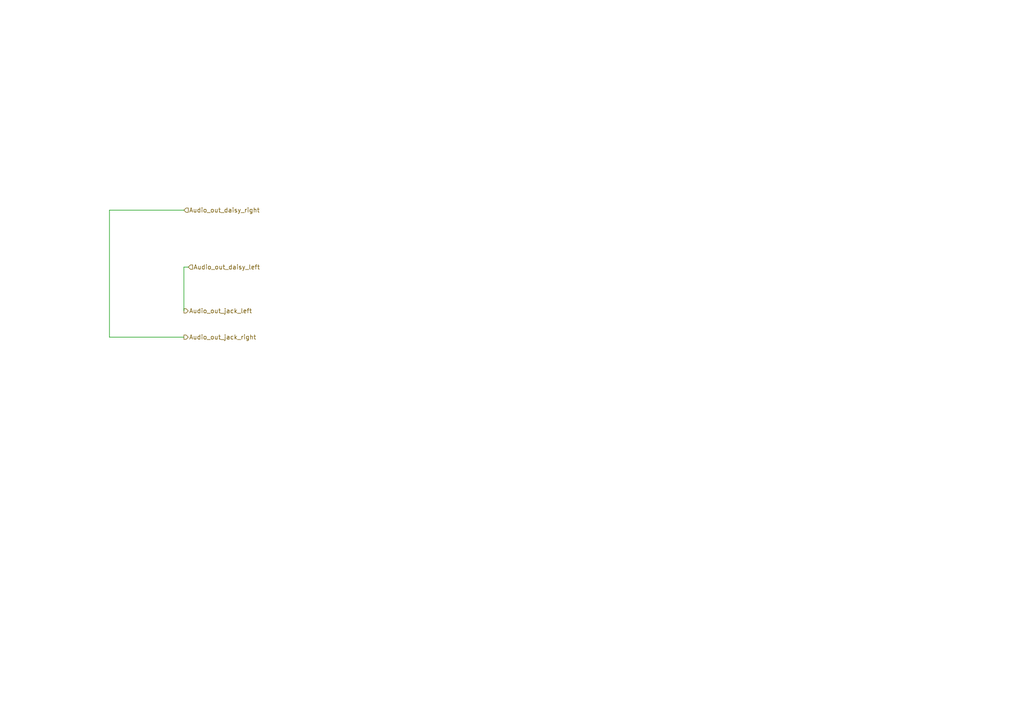
<source format=kicad_sch>
(kicad_sch
	(version 20250114)
	(generator "eeschema")
	(generator_version "9.0")
	(uuid "96fb9e65-c78d-4b44-92b7-d9f495359ec6")
	(paper "A4")
	(lib_symbols)
	(wire
		(pts
			(xy 53.34 77.47) (xy 54.61 77.47)
		)
		(stroke
			(width 0)
			(type default)
		)
		(uuid "1fcac838-a9a2-4824-80ca-5d15f1dd9d17")
	)
	(wire
		(pts
			(xy 31.75 60.96) (xy 53.34 60.96)
		)
		(stroke
			(width 0)
			(type default)
		)
		(uuid "7abeb850-d698-4106-a2f5-0893025214b2")
	)
	(wire
		(pts
			(xy 31.75 97.79) (xy 31.75 60.96)
		)
		(stroke
			(width 0)
			(type default)
		)
		(uuid "9ff01152-5e73-406d-a9a8-b231289120c2")
	)
	(wire
		(pts
			(xy 53.34 90.17) (xy 53.34 77.47)
		)
		(stroke
			(width 0)
			(type default)
		)
		(uuid "e5eb0e3c-8028-4f50-8867-10b51c7daa7b")
	)
	(wire
		(pts
			(xy 53.34 97.79) (xy 31.75 97.79)
		)
		(stroke
			(width 0)
			(type default)
		)
		(uuid "fa2e11f2-6a4a-4203-a908-4de41342379d")
	)
	(hierarchical_label "Audio_out_daisy_left"
		(shape input)
		(at 54.61 77.47 0)
		(effects
			(font
				(size 1.27 1.27)
			)
			(justify left)
		)
		(uuid "2b1a04a1-7556-49eb-899b-26dd69e93baf")
	)
	(hierarchical_label "Audio_out_daisy_right"
		(shape input)
		(at 53.34 60.96 0)
		(effects
			(font
				(size 1.27 1.27)
			)
			(justify left)
		)
		(uuid "58cf36e5-75f4-4e4f-a1e3-eea48465ca08")
	)
	(hierarchical_label "Audio_out_jack_right"
		(shape output)
		(at 53.34 97.79 0)
		(effects
			(font
				(size 1.27 1.27)
			)
			(justify left)
		)
		(uuid "947cdd8b-a6c3-4e22-9ecc-9d4dee24ab31")
	)
	(hierarchical_label "Audio_out_jack_left"
		(shape output)
		(at 53.34 90.17 0)
		(effects
			(font
				(size 1.27 1.27)
			)
			(justify left)
		)
		(uuid "e771ef9d-ed76-46f0-a3dc-c60212f30b1b")
	)
)

</source>
